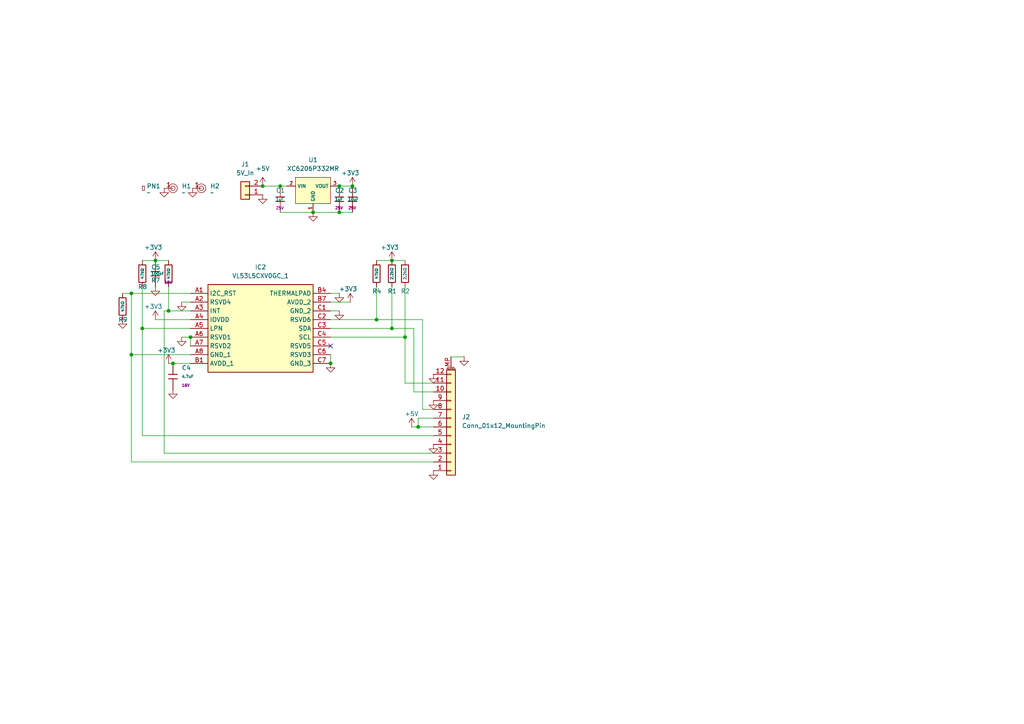
<source format=kicad_sch>
(kicad_sch (version 20250114) (generator "eeschema") (generator_version "9.0")
  (paper "A4")
  (lib_symbols
    (symbol "Connector_Generic:Conn_01x02" (pin_names (offset 1.016) (hide yes))
      (property "Reference" "J" (at 0 2.54 0))
      (property "Value" "Conn_01x02" (at 0 -5.08 0))
      (symbol "Conn_01x02_1_1"
        (rectangle (start -1.27 1.27) (end 1.27 -3.81) (stroke (width 0.254)) (fill (type background)))
        (rectangle (start -1.27 0.127) (end 0 -0.127) (stroke (width 0.1524)))
        (rectangle (start -1.27 -2.413) (end 0 -2.667) (stroke (width 0.1524)))
        (pin passive line (at -5.08 0 0) (length 3.81) (name "Pin_1") (number "1"))
        (pin passive line (at -5.08 -2.54 0) (length 3.81) (name "Pin_2") (number "2"))
      )
    )
    (symbol "Connector_Generic_MountingPin:Conn_01x12_MountingPin" (pin_names (offset 1.016) (hide yes))
      (property "Reference" "J" (at 0 15.24 0))
      (property "Value" "Conn_01x12_MountingPin" (at 1.27 -17.78 0))
      (symbol "Conn_01x12_MountingPin_1_1"
        (rectangle (start -1.27 13.97) (end 1.27 -16.51) (stroke (width 0.254)) (fill (type background)))
        (rectangle (start -1.27 12.827) (end 0 12.573) (stroke (width 0.1524)))
        (rectangle (start -1.27 10.287) (end 0 10.033) (stroke (width 0.1524)))
        (rectangle (start -1.27 7.747) (end 0 7.493) (stroke (width 0.1524)))
        (rectangle (start -1.27 5.207) (end 0 4.953) (stroke (width 0.1524)))
        (rectangle (start -1.27 2.667) (end 0 2.413) (stroke (width 0.1524)))
        (rectangle (start -1.27 0.127) (end 0 -0.127) (stroke (width 0.1524)))
        (rectangle (start -1.27 -2.413) (end 0 -2.667) (stroke (width 0.1524)))
        (rectangle (start -1.27 -4.953) (end 0 -5.207) (stroke (width 0.1524)))
        (rectangle (start -1.27 -7.493) (end 0 -7.747) (stroke (width 0.1524)))
        (rectangle (start -1.27 -10.033) (end 0 -10.287) (stroke (width 0.1524)))
        (rectangle (start -1.27 -12.573) (end 0 -12.827) (stroke (width 0.1524)))
        (rectangle (start -1.27 -15.113) (end 0 -15.367) (stroke (width 0.1524)))
        (polyline (pts (xy -1.016 -17.272) (xy 1.016 -17.272)) (stroke (width 0.1524)))
        (text "Mounting" (at 0 -16.891 0) (effects (font (size 0.381 0.381))))
        (pin passive line (at -5.08 12.7 0) (length 3.81) (name "Pin_1") (number "1"))
        (pin passive line (at -5.08 10.16 0) (length 3.81) (name "Pin_2") (number "2"))
        (pin passive line (at -5.08 7.62 0) (length 3.81) (name "Pin_3") (number "3"))
        (pin passive line (at -5.08 5.08 0) (length 3.81) (name "Pin_4") (number "4"))
        (pin passive line (at -5.08 2.54 0) (length 3.81) (name "Pin_5") (number "5"))
        (pin passive line (at -5.08 0 0) (length 3.81) (name "Pin_6") (number "6"))
        (pin passive line (at -5.08 -2.54 0) (length 3.81) (name "Pin_7") (number "7"))
        (pin passive line (at -5.08 -5.08 0) (length 3.81) (name "Pin_8") (number "8"))
        (pin passive line (at -5.08 -7.62 0) (length 3.81) (name "Pin_9") (number "9"))
        (pin passive line (at -5.08 -10.16 0) (length 3.81) (name "Pin_10") (number "10"))
        (pin passive line (at -5.08 -12.7 0) (length 3.81) (name "Pin_11") (number "11"))
        (pin passive line (at -5.08 -15.24 0) (length 3.81) (name "Pin_12") (number "12"))
        (pin passive line (at 0 -20.32 90) (length 3.048) (name "MountPin") (number "MP"))
      )
    )
    (symbol "PCM_JLCPCB-Capacitors:0402,100nF" (pin_numbers (hide yes)) (pin_names (offset 0))
      (property "Reference" "C" (at 2.032 1.668 0))
      (property "Value" "100nF" (at 2.032 -0.3782 0))
      (property "Voltage Rated" "16V" (at 2.032 -2.0462 0))
      (symbol "0402,100nF_0_1"
        (polyline (pts (xy -1.27 0.635) (xy 1.27 0.635)) (stroke (width 0.254)))
        (polyline (pts (xy -1.27 -0.635) (xy 1.27 -0.635)) (stroke (width 0.254)))
      )
      (symbol "0402,100nF_1_1"
        (pin passive line (at 0 3.81 270) (length 3.175) (name "~") (number "1"))
        (pin passive line (at 0 -3.81 90) (length 3.175) (name "~") (number "2"))
      )
    )
    (symbol "PCM_JLCPCB-Capacitors:0402,1uF" (pin_numbers (hide yes)) (pin_names (offset 0))
      (property "Reference" "C" (at 2.032 1.668 0))
      (property "Value" "1uF" (at 2.032 -0.3782 0))
      (property "Voltage Rated" "25V" (at 2.032 -2.0462 0))
      (symbol "0402,1uF_0_1"
        (polyline (pts (xy -1.27 0.635) (xy 1.27 0.635)) (stroke (width 0.254)))
        (polyline (pts (xy -1.27 -0.635) (xy 1.27 -0.635)) (stroke (width 0.254)))
      )
      (symbol "0402,1uF_1_1"
        (pin passive line (at 0 3.81 270) (length 3.175) (name "~") (number "1"))
        (pin passive line (at 0 -3.81 90) (length 3.175) (name "~") (number "2"))
      )
    )
    (symbol "PCM_JLCPCB-Capacitors:0603,10uF,(2)" (pin_numbers (hide yes)) (pin_names (offset 0))
      (property "Reference" "C" (at 2.032 1.668 0))
      (property "Value" "10uF" (at 2.032 -0.3782 0))
      (property "Voltage Rated" "25V" (at 2.032 -2.0462 0))
      (symbol "0603,10uF,(2)_0_1"
        (polyline (pts (xy -1.27 0.635) (xy 1.27 0.635)) (stroke (width 0.254)))
        (polyline (pts (xy -1.27 -0.635) (xy 1.27 -0.635)) (stroke (width 0.254)))
      )
      (symbol "0603,10uF,(2)_1_1"
        (pin passive line (at 0 3.81 270) (length 3.175) (name "~") (number "1"))
        (pin passive line (at 0 -3.81 90) (length 3.175) (name "~") (number "2"))
      )
    )
    (symbol "PCM_JLCPCB-Capacitors:0603,4.7uF" (pin_numbers (hide yes)) (pin_names (offset 0))
      (property "Reference" "C" (at 2.032 1.668 0))
      (property "Value" "4.7uF" (at 2.032 -0.3782 0))
      (property "Voltage Rated" "16V" (at 2.032 -2.0462 0))
      (symbol "0603,4.7uF_0_1"
        (polyline (pts (xy -1.27 0.635) (xy 1.27 0.635)) (stroke (width 0.254)))
        (polyline (pts (xy -1.27 -0.635) (xy 1.27 -0.635)) (stroke (width 0.254)))
      )
      (symbol "0603,4.7uF_1_1"
        (pin passive line (at 0 3.81 270) (length 3.175) (name "~") (number "1"))
        (pin passive line (at 0 -3.81 90) (length 3.175) (name "~") (number "2"))
      )
    )
    (symbol "PCM_JLCPCB-Manufacturing:Mounting Hole, 3mm, Via Stiched"
      (property "Reference" "H" (at 2.286 0 0))
      (symbol "Mounting Hole, 3mm, Via Stiched_0_1"
        (circle (center 0 0) (radius 0.635))
        (circle (center 0 0) (radius 1.27))
      )
      (symbol "Mounting Hole, 3mm, Via Stiched_1_1"
        (pin passive line (at -2.54 0 0) (length 2.54) (name "") (number "1"))
      )
    )
    (symbol "PCM_JLCPCB-Manufacturing:Part Number, PCM_JLCPCB, 0.8x0.15mm"
      (property "Reference" "PN" (at 2.286 0 0))
      (symbol "Part Number, PCM_JLCPCB, 0.8x0.15mm_0_1"
        (rectangle (start 0 0.635) (end 0.635 -0.635))
      )
    )
    (symbol "PCM_JLCPCB-Power:LDO, 3.3V, 0.2A"
      (property "Reference" "U" (at 0 8.89 0))
      (property "Value" "XC6206P332MR" (at 0 6.35 0))
      (symbol "LDO, 3.3V, 0.2A_0_1"
        (rectangle (start -5.08 5.08) (end 5.08 -2.54) (fill (type background)))
      )
      (symbol "LDO, 3.3V, 0.2A_1_1"
        (pin unspecified line (at -7.62 2.54 0) (length 2.56) (name "VIN") (number "2"))
        (pin unspecified line (at 0 -5.08 90) (length 2.56) (name "GND") (number "1"))
        (pin unspecified line (at 7.62 2.54 180) (length 2.56) (name "VOUT") (number "3"))
      )
    )
    (symbol "PCM_JLCPCB-Resistors:0402,2.2kΩ" (pin_numbers (hide yes)) (pin_names (offset 0))
      (property "Reference" "R" (at 1.778 0 0))
      (property "Value" "2.2kΩ" (at 0 0 90))
      (symbol "0402,2.2kΩ_0_1"
        (rectangle (start -1.016 2.54) (end 1.016 -2.54) (stroke (width 0.254)))
      )
      (symbol "0402,2.2kΩ_1_1"
        (pin passive line (at 0 3.81 270) (length 1.27) (name "~") (number "1"))
        (pin passive line (at 0 -3.81 90) (length 1.27) (name "~") (number "2"))
      )
    )
    (symbol "PCM_JLCPCB-Resistors:0402,47kΩ" (pin_numbers (hide yes)) (pin_names (offset 0))
      (property "Reference" "R" (at 1.778 0 0))
      (property "Value" "47kΩ" (at 0 0 90))
      (symbol "0402,47kΩ_0_1"
        (rectangle (start -1.016 2.54) (end 1.016 -2.54) (stroke (width 0.254)))
      )
      (symbol "0402,47kΩ_1_1"
        (pin passive line (at 0 3.81 270) (length 1.27) (name "~") (number "1"))
        (pin passive line (at 0 -3.81 90) (length 1.27) (name "~") (number "2"))
      )
    )
    (symbol "SwiftModules:VL53L5CXV0GC_1"
      (property "Reference" "IC" (at 36.83 7.62 0))
      (property "Value" "VL53L5CXV0GC_1" (at 36.83 5.08 0))
      (symbol "VL53L5CXV0GC_1_1_1"
        (rectangle (start 5.08 2.54) (end 35.56 -22.86) (stroke (width 0.254)) (fill (type background)))
        (pin passive line (at 0 0 0) (length 5.08) (name "I2C_RST") (number "A1"))
        (pin passive line (at 0 -2.54 0) (length 5.08) (name "RSVD4") (number "A2"))
        (pin passive line (at 0 -5.08 0) (length 5.08) (name "INT") (number "A3"))
        (pin passive line (at 0 -7.62 0) (length 5.08) (name "IOVDD") (number "A4"))
        (pin passive line (at 0 -10.16 0) (length 5.08) (name "LPN") (number "A5"))
        (pin passive line (at 0 -12.7 0) (length 5.08) (name "RSVD1") (number "A6"))
        (pin passive line (at 0 -15.24 0) (length 5.08) (name "RSVD2") (number "A7"))
        (pin passive line (at 0 -17.78 0) (length 5.08) (name "GND_1") (number "A8"))
        (pin passive line (at 0 -20.32 0) (length 5.08) (name "AVDD_1") (number "B1"))
        (pin passive line (at 40.64 0 180) (length 5.08) (name "THERMALPAD") (number "B4"))
        (pin passive line (at 40.64 -2.54 180) (length 5.08) (name "AVDD_2") (number "B7"))
        (pin passive line (at 40.64 -5.08 180) (length 5.08) (name "GND_2") (number "C1"))
        (pin passive line (at 40.64 -7.62 180) (length 5.08) (name "RSVD6") (number "C2"))
        (pin passive line (at 40.64 -10.16 180) (length 5.08) (name "SDA") (number "C3"))
        (pin passive line (at 40.64 -12.7 180) (length 5.08) (name "SCL") (number "C4"))
        (pin passive line (at 40.64 -15.24 180) (length 5.08) (name "RSVD5") (number "C5"))
        (pin passive line (at 40.64 -17.78 180) (length 5.08) (name "RSVD3") (number "C6"))
        (pin passive line (at 40.64 -20.32 180) (length 5.08) (name "GND_3") (number "C7"))
      )
    )
    (symbol "power:+3V3" (power) (pin_numbers (hide yes)) (pin_names (offset 0) (hide yes))
      (property "Value" "+3V3" (at 0 3.556 0))
      (symbol "+3V3_0_1"
        (polyline (pts (xy -0.762 1.27) (xy 0 2.54)))
        (polyline (pts (xy 0 2.54) (xy 0.762 1.27)))
        (polyline (pts (xy 0 0) (xy 0 2.54)))
      )
      (symbol "+3V3_1_1"
        (pin power_in line (at 0 0 90) (length 0) (name "~") (number "1"))
      )
    )
    (symbol "power:+5V" (power) (pin_numbers (hide yes)) (pin_names (offset 0) (hide yes))
      (property "Value" "+5V" (at 0 3.556 0))
      (symbol "+5V_0_1"
        (polyline (pts (xy -0.762 1.27) (xy 0 2.54)))
        (polyline (pts (xy 0 2.54) (xy 0.762 1.27)))
        (polyline (pts (xy 0 0) (xy 0 2.54)))
      )
      (symbol "+5V_1_1"
        (pin power_in line (at 0 0 90) (length 0) (name "~") (number "1"))
      )
    )
    (symbol "power:GND" (power) (pin_numbers (hide yes)) (pin_names (offset 0) (hide yes))
      (property "Value" "GND" (at 0 -3.81 0))
      (symbol "GND_0_1"
        (polyline (pts (xy 0 0) (xy 0 -1.27) (xy 1.27 -1.27) (xy 0 -2.54) (xy -1.27 -1.27) (xy 0 -1.27)))
      )
      (symbol "GND_1_1"
        (pin power_in line (at 0 0 270) (length 0) (name "~") (number "1"))
      )
    )
  )
  (junction (at 38.1 102.87))
  (junction (at 113.665 95.25))
  (junction (at 55.245 97.79))
  (junction (at 98.425 53.975))
  (junction (at 76.2 53.975))
  (junction (at 117.475 97.79))
  (junction (at 41.275 95.25))
  (junction (at 50.165 105.41))
  (junction (at 95.885 105.41))
  (junction (at 109.22 92.71))
  (junction (at 121.285 123.825))
  (junction (at 98.425 61.595))
  (junction (at 113.665 75.565))
  (junction (at 81.28 53.975))
  (junction (at 38.1 85.09))
  (junction (at 45.085 75.565))
  (junction (at 48.895 90.17))
  (junction (at 90.805 61.595))
  (junction (at 102.235 53.975))
  (no_connect (at 95.885 100.33))
  (wire (pts (xy 98.425 90.17) (xy 95.885 90.17)))
  (wire (pts (xy 45.085 75.565) (xy 48.895 75.565)))
  (wire (pts (xy 52.705 87.63) (xy 55.245 87.63)))
  (wire (pts (xy 48.895 83.185) (xy 48.895 90.17)))
  (wire (pts (xy 122.555 118.745) (xy 125.73 118.745)))
  (wire (pts (xy 38.1 102.87) (xy 55.245 102.87)))
  (wire (pts (xy 109.22 92.71) (xy 122.555 92.71)))
  (wire (pts (xy 113.665 95.25) (xy 113.665 83.185)))
  (wire (pts (xy 95.885 105.41) (xy 95.885 102.87)))
  (wire (pts (xy 121.285 121.285) (xy 125.73 121.285)))
  (wire (pts (xy 38.1 85.09) (xy 55.245 85.09)))
  (wire (pts (xy 41.275 95.25) (xy 55.245 95.25)))
  (wire (pts (xy 113.665 95.25) (xy 120.015 95.25)))
  (wire (pts (xy 125.73 111.125) (xy 117.475 111.125)))
  (wire (pts (xy 41.275 83.185) (xy 41.275 95.25)))
  (wire (pts (xy 55.245 100.33) (xy 55.245 97.79)))
  (wire (pts (xy 117.475 75.565) (xy 113.665 75.565)))
  (wire (pts (xy 95.885 97.79) (xy 117.475 97.79)))
  (wire (pts (xy 120.015 113.665) (xy 125.73 113.665)))
  (wire (pts (xy 38.1 133.985) (xy 125.73 133.985)))
  (wire (pts (xy 81.28 53.975) (xy 83.185 53.975)))
  (wire (pts (xy 98.425 61.595) (xy 90.805 61.595)))
  (wire (pts (xy 41.275 75.565) (xy 45.085 75.565)))
  (wire (pts (xy 121.285 121.285) (xy 121.285 123.825)))
  (wire (pts (xy 47.625 131.445) (xy 125.73 131.445)))
  (wire (pts (xy 95.885 92.71) (xy 109.22 92.71)))
  (wire (pts (xy 95.885 95.25) (xy 113.665 95.25)))
  (wire (pts (xy 45.085 92.71) (xy 55.245 92.71)))
  (wire (pts (xy 76.2 53.975) (xy 81.28 53.975)))
  (wire (pts (xy 121.285 123.825) (xy 125.73 123.825)))
  (wire (pts (xy 41.275 126.365) (xy 41.275 95.25)))
  (wire (pts (xy 117.475 97.79) (xy 117.475 83.185)))
  (wire (pts (xy 109.22 92.71) (xy 109.22 83.185)))
  (wire (pts (xy 38.1 85.09) (xy 38.1 102.87)))
  (wire (pts (xy 52.705 97.79) (xy 55.245 97.79)))
  (wire (pts (xy 35.56 85.09) (xy 38.1 85.09)))
  (wire (pts (xy 122.555 92.71) (xy 122.555 118.745)))
  (wire (pts (xy 98.425 61.595) (xy 102.235 61.595)))
  (wire (pts (xy 48.895 90.17) (xy 55.245 90.17)))
  (wire (pts (xy 119.38 123.825) (xy 121.285 123.825)))
  (wire (pts (xy 48.895 105.41) (xy 50.165 105.41)))
  (wire (pts (xy 98.425 53.975) (xy 102.235 53.975)))
  (wire (pts (xy 120.015 95.25) (xy 120.015 113.665)))
  (wire (pts (xy 113.665 75.565) (xy 109.22 75.565)))
  (wire (pts (xy 38.1 102.87) (xy 38.1 133.985)))
  (wire (pts (xy 134.62 103.505) (xy 130.81 103.505)))
  (wire (pts (xy 90.805 61.595) (xy 81.28 61.595)))
  (wire (pts (xy 98.425 85.09) (xy 95.885 85.09)))
  (wire (pts (xy 47.625 90.17) (xy 47.625 131.445)))
  (wire (pts (xy 117.475 111.125) (xy 117.475 97.79)))
  (wire (pts (xy 125.73 126.365) (xy 41.275 126.365)))
  (wire (pts (xy 50.165 105.41) (xy 55.245 105.41)))
  (wire (pts (xy 48.895 90.17) (xy 47.625 90.17)))
  (wire (pts (xy 101.6 87.63) (xy 95.885 87.63)))
  (symbol (lib_id "power:GND") (at 47.625 54.61 0) (unit 1)
    (property "Reference" "#PWR01" (effects (hide yes)))
    (property "Value" "GND" (effects (hide yes)))
    (property "Description" "Power symbol creates a global label with name \"GND\" , ground" (effects (hide yes)))
  )
  (symbol (lib_id "PCM_JLCPCB-Resistors:0402,2.2kΩ") (at 113.665 79.375 0) (unit 1)
    (property "Reference" "R1" (at 112.395 84.455 0) (effects (justify left)))
    (property "Value" "2.2kΩ" (at 113.665 79.375 90) (effects (font (size 0.8 0.8))))
    (property "Footprint" "PCM_JLCPCB:R_0402" (effects (hide yes)))
    (property "Datasheet" "https://www.lcsc.com/datasheet/lcsc_datasheet_2206010045_UNI-ROYAL-Uniroyal-Elec-0402WGF2201TCE_C25879.pdf" (effects (hide yes)))
    (property "Description" "62.5mW Thick Film Resistors 50V ±100ppm/°C ±1% 2.2kΩ 0402 Chip Resistor - Surface Mount ROHS" (effects (hide yes)))
    (property "LCSC" "C25879" (effects (hide yes)))
    (property "Stock" "903036" (effects (hide yes)))
    (property "Price" "0.004USD" (effects (hide yes)))
    (property "Process" "SMT" (effects (hide yes)))
    (property "Minimum Qty" "20" (effects (hide yes)))
    (property "Attrition Qty" "10" (effects (hide yes)))
    (property "Class" "Basic Component" (effects (hide yes)))
    (property "Category" "Resistors,Chip Resistor - Surface Mount" (effects (hide yes)))
    (property "Manufacturer" "UNI-ROYAL(Uniroyal Elec)" (effects (hide yes)))
    (property "Part" "0402WGF2201TCE" (effects (hide yes)))
    (property "Resistance" "2.2kΩ" (effects (hide yes)))
    (property "Power(Watts)" "62.5mW" (effects (hide yes)))
    (property "Type" "Thick Film Resistors" (effects (hide yes)))
    (property "Overload Voltage (Max)" "50V" (effects (hide yes)))
    (property "Operating Temperature Range" "-55°C~+155°C" (effects (hide yes)))
    (property "Tolerance" "±1%" (effects (hide yes)))
    (property "Temperature Coefficient" "±100ppm/°C" (effects (hide yes)))
  )
  (symbol (lib_id "power:+3V3") (at 101.6 87.63 0) (unit 1)
    (property "Reference" "#PWR038" (effects (hide yes)))
    (property "Value" "+3V3" (at 100.965 83.82 0))
    (property "Description" "Power symbol creates a global label with name \"+3V3\"" (effects (hide yes)))
  )
  (symbol (lib_id "power:GND") (at 134.62 103.505 0) (unit 1)
    (property "Reference" "#PWR032" (effects (hide yes)))
    (property "Value" "GND" (effects (hide yes)))
    (property "Description" "Power symbol creates a global label with name \"GND\" , ground" (effects (hide yes)))
  )
  (symbol (lib_id "power:GND") (at 50.165 113.03 0) (unit 1)
    (property "Reference" "#PWR045" (effects (hide yes)))
    (property "Value" "GND" (effects (hide yes)))
    (property "Description" "Power symbol creates a global label with name \"GND\" , ground" (effects (hide yes)))
  )
  (symbol (lib_id "power:GND") (at 52.705 87.63 0) (unit 1)
    (property "Reference" "#PWR037" (effects (hide yes)))
    (property "Value" "GND" (effects (hide yes)))
    (property "Description" "Power symbol creates a global label with name \"GND\" , ground" (effects (hide yes)))
  )
  (symbol (lib_id "power:GND") (at 90.805 61.595 0) (unit 1)
    (property "Reference" "#PWR010" (effects (hide yes)))
    (property "Value" "GND" (effects (hide yes)))
    (property "Description" "Power symbol creates a global label with name \"GND\" , ground" (effects (hide yes)))
  )
  (symbol (lib_id "PCM_JLCPCB-Resistors:0402,47kΩ") (at 35.56 88.9 0) (unit 1)
    (property "Reference" "R9" (at 34.29 92.71 0) (effects (justify left)))
    (property "Value" "47kΩ" (at 35.56 88.9 90) (effects (font (size 0.8 0.8))))
    (property "Footprint" "PCM_JLCPCB:R_0402" (effects (hide yes)))
    (property "Datasheet" "https://www.lcsc.com/datasheet/lcsc_datasheet_2206010100_UNI-ROYAL-Uniroyal-Elec-0402WGF4702TCE_C25792.pdf" (effects (hide yes)))
    (property "Description" "62.5mW Thick Film Resistors 50V ±100ppm/°C ±1% 47kΩ 0402 Chip Resistor - Surface Mount ROHS" (effects (hide yes)))
    (property "LCSC" "C25792" (effects (hide yes)))
    (property "Stock" "1796042" (effects (hide yes)))
    (property "Price" "0.004USD" (effects (hide yes)))
    (property "Process" "SMT" (effects (hide yes)))
    (property "Minimum Qty" "20" (effects (hide yes)))
    (property "Attrition Qty" "10" (effects (hide yes)))
    (property "Class" "Basic Component" (effects (hide yes)))
    (property "Category" "Resistors,Chip Resistor - Surface Mount" (effects (hide yes)))
    (property "Manufacturer" "UNI-ROYAL(Uniroyal Elec)" (effects (hide yes)))
    (property "Part" "0402WGF4702TCE" (effects (hide yes)))
    (property "Resistance" "47kΩ" (effects (hide yes)))
    (property "Power(Watts)" "62.5mW" (effects (hide yes)))
    (property "Type" "Thick Film Resistors" (effects (hide yes)))
    (property "Overload Voltage (Max)" "50V" (effects (hide yes)))
    (property "Operating Temperature Range" "-55°C~+155°C" (effects (hide yes)))
    (property "Tolerance" "±1%" (effects (hide yes)))
    (property "Temperature Coefficient" "±100ppm/°C" (effects (hide yes)))
  )
  (symbol (lib_id "power:GND") (at 95.885 105.41 0) (unit 1)
    (property "Reference" "#PWR034" (effects (hide yes)))
    (property "Value" "GND" (effects (hide yes)))
    (property "Description" "Power symbol creates a global label with name \"GND\" , ground" (effects (hide yes)))
  )
  (symbol (lib_id "Connector_Generic_MountingPin:Conn_01x12_MountingPin") (at 130.81 123.825 0) (mirror x) (unit 1)
    (property "Reference" "J2" (at 133.985 120.9293 0) (effects (justify left)))
    (property "Value" "Conn_01x12_MountingPin" (at 133.985 123.4693 0) (effects (justify left)))
    (property "Footprint" "Connector_FFC-FPC:Hirose_FH12-12S-0.5SH_1x12-1MP_P0.50mm_Horizontal" (effects (hide yes)))
    (property "Description" "Generic connectable mounting pin connector, single row, 01x12, script generated (kicad-library-utils/schlib/autogen/connector/)" (effects (hide yes)))
    (property "LCSC" "C88360" (effects (hide yes)))
  )
  (symbol (lib_id "power:+3V3") (at 45.085 92.71 0) (unit 1)
    (property "Reference" "#PWR042" (effects (hide yes)))
    (property "Value" "+3V3" (at 44.45 88.9 0))
    (property "Description" "Power symbol creates a global label with name \"+3V3\"" (effects (hide yes)))
  )
  (symbol (lib_id "power:GND") (at 52.705 97.79 0) (unit 1)
    (property "Reference" "#PWR035" (effects (hide yes)))
    (property "Value" "GND" (effects (hide yes)))
    (property "Description" "Power symbol creates a global label with name \"GND\" , ground" (effects (hide yes)))
  )
  (symbol (lib_id "PCM_JLCPCB-Resistors:0402,47kΩ") (at 41.275 79.375 0) (unit 1)
    (property "Reference" "R8" (at 40.005 83.185 0) (effects (justify left)))
    (property "Value" "47kΩ" (at 41.275 79.375 90) (effects (font (size 0.8 0.8))))
    (property "Footprint" "PCM_JLCPCB:R_0402" (effects (hide yes)))
    (property "Datasheet" "https://www.lcsc.com/datasheet/lcsc_datasheet_2206010100_UNI-ROYAL-Uniroyal-Elec-0402WGF4702TCE_C25792.pdf" (effects (hide yes)))
    (property "Description" "62.5mW Thick Film Resistors 50V ±100ppm/°C ±1% 47kΩ 0402 Chip Resistor - Surface Mount ROHS" (effects (hide yes)))
    (property "LCSC" "C25792" (effects (hide yes)))
    (property "Stock" "1796042" (effects (hide yes)))
    (property "Price" "0.004USD" (effects (hide yes)))
    (property "Process" "SMT" (effects (hide yes)))
    (property "Minimum Qty" "20" (effects (hide yes)))
    (property "Attrition Qty" "10" (effects (hide yes)))
    (property "Class" "Basic Component" (effects (hide yes)))
    (property "Category" "Resistors,Chip Resistor - Surface Mount" (effects (hide yes)))
    (property "Manufacturer" "UNI-ROYAL(Uniroyal Elec)" (effects (hide yes)))
    (property "Part" "0402WGF4702TCE" (effects (hide yes)))
    (property "Resistance" "47kΩ" (effects (hide yes)))
    (property "Power(Watts)" "62.5mW" (effects (hide yes)))
    (property "Type" "Thick Film Resistors" (effects (hide yes)))
    (property "Overload Voltage (Max)" "50V" (effects (hide yes)))
    (property "Operating Temperature Range" "-55°C~+155°C" (effects (hide yes)))
    (property "Tolerance" "±1%" (effects (hide yes)))
    (property "Temperature Coefficient" "±100ppm/°C" (effects (hide yes)))
  )
  (symbol (lib_id "power:GND") (at 35.56 92.71 0) (unit 1)
    (property "Reference" "#PWR029" (effects (hide yes)))
    (property "Value" "GND" (effects (hide yes)))
    (property "Description" "Power symbol creates a global label with name \"GND\" , ground" (effects (hide yes)))
  )
  (symbol (lib_id "power:GND") (at 55.88 54.61 0) (unit 1)
    (property "Reference" "#PWR02" (effects (hide yes)))
    (property "Value" "GND" (effects (hide yes)))
    (property "Description" "Power symbol creates a global label with name \"GND\" , ground" (effects (hide yes)))
  )
  (symbol (lib_id "SwiftModules:VL53L5CXV0GC_1") (at 55.245 85.09 0) (unit 1)
    (property "Reference" "IC2" (at 75.565 77.47 0))
    (property "Value" "VL53L5CXV0GC_1" (at 75.565 80.01 0))
    (property "Footprint" "VL53L5CXV0GC1" (effects (hide yes)))
    (property "Datasheet" "https://www.arrow.com/en/products/vl53l5cxv0gc1/stmicroelectronics?region=nac" (effects (hide yes)))
    (property "Description" "Proximity Sensors Time-of-Flight 8x8 multizone ranging sensor with wide field of view" (effects (hide yes)))
    (property "Height" "1.55" (effects (hide yes)))
    (property "Mouser Part Number" "511-VL53L5CXV0GC/1" (effects (hide yes)))
    (property "Mouser Price/Stock" "https://www.mouser.co.uk/ProductDetail/STMicroelectronics/VL53L5CXV0GC-1?qs=QNEnbhJQKvZPmRJw6ASPyw%3D%3D" (effects (hide yes)))
    (property "Manufacturer_Name" "STMicroelectronics" (effects (hide yes)))
    (property "Manufacturer_Part_Number" "VL53L5CXV0GC/1" (effects (hide yes)))
  )
  (symbol (lib_id "PCM_JLCPCB-Power:LDO, 3.3V, 0.2A") (at 90.805 56.515 0) (unit 1)
    (property "Reference" "U1" (at 90.805 46.355 0))
    (property "Value" "XC6206P332MR" (at 90.805 48.895 0))
    (property "Footprint" "PCM_JLCPCB:SOT-23-3_L2.9-W1.6-P1.90-LS2.8-BR" (effects (hide yes)))
    (property "Datasheet" "https://www.lcsc.com/datasheet/lcsc_datasheet_2304140030_Torex-Semicon-XC6206P332MR-G_C5446.pdf" (effects (hide yes)))
    (property "Description" "200mA Fixed 3.3V Positive electrode 6V SOT-23-3L Voltage Regulators - Linear, Low Drop Out (LDO) Regulators ROHS" (effects (hide yes)))
    (property "LCSC" "C5446" (effects (hide yes)))
    (property "Stock" "403960" (effects (hide yes)))
    (property "Price" "0.093USD" (effects (hide yes)))
    (property "Process" "SMT" (effects (hide yes)))
    (property "Minimum Qty" "5" (effects (hide yes)))
    (property "Attrition Qty" "2" (effects (hide yes)))
    (property "Class" "Basic Component" (effects (hide yes)))
    (property "Category" "Power Management ICs,Linear Voltage Regulators (LDO)" (effects (hide yes)))
    (property "Manufacturer" "Torex Semicon" (effects (hide yes)))
    (property "Part" "XC6206P332MR-G" (effects (hide yes)))
    (property "Number Of Outputs" "1" (effects (hide yes)))
    (property "Output Voltage" "3.3V" (effects (hide yes)))
    (property "Dropout Voltage" "680mV@(100mA)" (effects (hide yes)))
    (property "Output Current" "200mA" (effects (hide yes)))
    (property "Output Type" "Fixed" (effects (hide yes)))
    (property "Maximum Input Voltage" "6V" (effects (hide yes)))
    (property "Output Polarity" "Positive electrode" (effects (hide yes)))
    (property "Feature" "Low ESR;Overcurrent Protection(OCP)" (effects (hide yes)))
  )
  (symbol (lib_id "PCM_JLCPCB-Manufacturing:Mounting Hole, 3mm, Via Stiched") (at 58.42 54.61 0) (unit 1)
    (property "Reference" "H2" (at 60.96 53.9749 0) (effects (justify left)))
    (property "Value" "~" (at 60.96 55.88 0) (effects (justify left)))
    (property "Footprint" "PCM_JLCPCB:Hole, 3mm" (effects (hide yes)))
  )
  (symbol (lib_id "Connector_Generic:Conn_01x02") (at 71.12 56.515 180) (unit 1)
    (property "Reference" "J1" (at 71.12 47.625 0))
    (property "Value" "5V_In" (at 71.12 50.165 0))
    (property "Footprint" "Connector_JST:JST_XH_B2B-XH-A_1x02_P2.50mm_Vertical" (effects (hide yes)))
    (property "Description" "Generic connector, single row, 01x02, script generated (kicad-library-utils/schlib/autogen/connector/)" (effects (hide yes)))
  )
  (symbol (lib_id "PCM_JLCPCB-Capacitors:0603,10uF,(2)") (at 102.235 57.785 0) (unit 1)
    (property "Reference" "C3" (at 100.965 55.2449 0) (effects (justify left)))
    (property "Value" "10uF" (at 100.965 57.785 0) (effects (font (size 0.8 0.8)) (justify left)))
    (property "Footprint" "PCM_JLCPCB:C_0603" (effects (hide yes)))
    (property "Datasheet" "https://www.lcsc.com/datasheet/lcsc_datasheet_2304140030_Samsung-Electro-Mechanics-CL10A106MA8NRNC_C96446.pdf" (effects (hide yes)))
    (property "Description" "25V 10uF X5R ±20% 0603 Multilayer Ceramic Capacitors MLCC - SMD/SMT ROHS" (effects (hide yes)))
    (property "LCSC" "C96446" (effects (hide yes)))
    (property "Stock" "4331263" (effects (hide yes)))
    (property "Price" "0.017USD" (effects (hide yes)))
    (property "Process" "SMT" (effects (hide yes)))
    (property "Minimum Qty" "20" (effects (hide yes)))
    (property "Attrition Qty" "8" (effects (hide yes)))
    (property "Class" "Basic Component" (effects (hide yes)))
    (property "Category" "Capacitors,Multilayer Ceramic Capacitors MLCC - SMD/SMT" (effects (hide yes)))
    (property "Manufacturer" "Samsung Electro-Mechanics" (effects (hide yes)))
    (property "Part" "CL10A106MA8NRNC" (effects (hide yes)))
    (property "Voltage Rated" "25V" (at 100.965 60.325 0) (effects (font (size 0.8 0.8)) (justify left)))
    (property "Tolerance" "±20%" (effects (hide yes)))
    (property "Capacitance" "10uF" (effects (hide yes)))
    (property "Temperature Coefficient" "X5R" (effects (hide yes)))
  )
  (symbol (lib_id "PCM_JLCPCB-Capacitors:0402,1uF") (at 81.28 57.785 0) (unit 1)
    (property "Reference" "C1" (at 80.01 55.2449 0) (effects (justify left)))
    (property "Value" "1uF" (at 80.01 57.785 0) (effects (font (size 0.8 0.8)) (justify left)))
    (property "Footprint" "PCM_JLCPCB:C_0402" (effects (hide yes)))
    (property "Datasheet" "https://www.lcsc.com/datasheet/lcsc_datasheet_2304140030_Samsung-Electro-Mechanics-CL05A105KA5NQNC_C52923.pdf" (effects (hide yes)))
    (property "Description" "25V 1uF X5R ±10% 0402 Multilayer Ceramic Capacitors MLCC - SMD/SMT ROHS" (effects (hide yes)))
    (property "LCSC" "C52923" (effects (hide yes)))
    (property "Stock" "7796525" (effects (hide yes)))
    (property "Price" "0.006USD" (effects (hide yes)))
    (property "Process" "SMT" (effects (hide yes)))
    (property "Minimum Qty" "20" (effects (hide yes)))
    (property "Attrition Qty" "10" (effects (hide yes)))
    (property "Class" "Basic Component" (effects (hide yes)))
    (property "Category" "Capacitors,Multilayer Ceramic Capacitors MLCC - SMD/SMT" (effects (hide yes)))
    (property "Manufacturer" "Samsung Electro-Mechanics" (effects (hide yes)))
    (property "Part" "CL05A105KA5NQNC" (effects (hide yes)))
    (property "Voltage Rated" "25V" (at 80.01 60.325 0) (effects (font (size 0.8 0.8)) (justify left)))
    (property "Tolerance" "±10%" (effects (hide yes)))
    (property "Capacitance" "1uF" (effects (hide yes)))
    (property "Temperature Coefficient" "X5R" (effects (hide yes)))
  )
  (symbol (lib_id "PCM_JLCPCB-Resistors:0402,2.2kΩ") (at 117.475 79.375 0) (unit 1)
    (property "Reference" "R2" (at 116.205 84.455 0) (effects (justify left)))
    (property "Value" "2.2kΩ" (at 117.475 79.375 90) (effects (font (size 0.8 0.8))))
    (property "Footprint" "PCM_JLCPCB:R_0402" (effects (hide yes)))
    (property "Datasheet" "https://www.lcsc.com/datasheet/lcsc_datasheet_2206010045_UNI-ROYAL-Uniroyal-Elec-0402WGF2201TCE_C25879.pdf" (effects (hide yes)))
    (property "Description" "62.5mW Thick Film Resistors 50V ±100ppm/°C ±1% 2.2kΩ 0402 Chip Resistor - Surface Mount ROHS" (effects (hide yes)))
    (property "LCSC" "C25879" (effects (hide yes)))
    (property "Stock" "903036" (effects (hide yes)))
    (property "Price" "0.004USD" (effects (hide yes)))
    (property "Process" "SMT" (effects (hide yes)))
    (property "Minimum Qty" "20" (effects (hide yes)))
    (property "Attrition Qty" "10" (effects (hide yes)))
    (property "Class" "Basic Component" (effects (hide yes)))
    (property "Category" "Resistors,Chip Resistor - Surface Mount" (effects (hide yes)))
    (property "Manufacturer" "UNI-ROYAL(Uniroyal Elec)" (effects (hide yes)))
    (property "Part" "0402WGF2201TCE" (effects (hide yes)))
    (property "Resistance" "2.2kΩ" (effects (hide yes)))
    (property "Power(Watts)" "62.5mW" (effects (hide yes)))
    (property "Type" "Thick Film Resistors" (effects (hide yes)))
    (property "Overload Voltage (Max)" "50V" (effects (hide yes)))
    (property "Operating Temperature Range" "-55°C~+155°C" (effects (hide yes)))
    (property "Tolerance" "±1%" (effects (hide yes)))
    (property "Temperature Coefficient" "±100ppm/°C" (effects (hide yes)))
  )
  (symbol (lib_id "power:GND") (at 98.425 85.09 0) (unit 1)
    (property "Reference" "#PWR041" (effects (hide yes)))
    (property "Value" "GND" (effects (hide yes)))
    (property "Description" "Power symbol creates a global label with name \"GND\" , ground" (effects (hide yes)))
  )
  (symbol (lib_id "PCM_JLCPCB-Manufacturing:Mounting Hole, 3mm, Via Stiched") (at 50.165 54.61 0) (unit 1)
    (property "Reference" "H1" (at 52.705 53.9749 0) (effects (justify left)))
    (property "Value" "~" (at 52.705 55.88 0) (effects (justify left)))
    (property "Footprint" "PCM_JLCPCB:Hole, 3mm" (effects (hide yes)))
  )
  (symbol (lib_id "power:+3V3") (at 113.665 75.565 0) (unit 1)
    (property "Reference" "#PWR040" (effects (hide yes)))
    (property "Value" "+3V3" (at 113.03 71.755 0))
    (property "Description" "Power symbol creates a global label with name \"+3V3\"" (effects (hide yes)))
  )
  (symbol (lib_id "power:GND") (at 45.085 83.185 0) (unit 1)
    (property "Reference" "#PWR046" (effects (hide yes)))
    (property "Value" "GND" (effects (hide yes)))
    (property "Description" "Power symbol creates a global label with name \"GND\" , ground" (effects (hide yes)))
  )
  (symbol (lib_id "power:GND") (at 76.2 56.515 0) (unit 1)
    (property "Reference" "#PWR07" (effects (hide yes)))
    (property "Value" "GND" (effects (hide yes)))
    (property "Description" "Power symbol creates a global label with name \"GND\" , ground" (effects (hide yes)))
  )
  (symbol (lib_id "PCM_JLCPCB-Resistors:0402,47kΩ") (at 109.22 79.375 0) (unit 1)
    (property "Reference" "R4" (at 107.95 84.455 0) (effects (justify left)))
    (property "Value" "47kΩ" (at 109.22 79.375 90) (effects (font (size 0.8 0.8))))
    (property "Footprint" "PCM_JLCPCB:R_0402" (effects (hide yes)))
    (property "Datasheet" "https://www.lcsc.com/datasheet/lcsc_datasheet_2206010100_UNI-ROYAL-Uniroyal-Elec-0402WGF4702TCE_C25792.pdf" (effects (hide yes)))
    (property "Description" "62.5mW Thick Film Resistors 50V ±100ppm/°C ±1% 47kΩ 0402 Chip Resistor - Surface Mount ROHS" (effects (hide yes)))
    (property "LCSC" "C25792" (effects (hide yes)))
    (property "Stock" "1796042" (effects (hide yes)))
    (property "Price" "0.004USD" (effects (hide yes)))
    (property "Process" "SMT" (effects (hide yes)))
    (property "Minimum Qty" "20" (effects (hide yes)))
    (property "Attrition Qty" "10" (effects (hide yes)))
    (property "Class" "Basic Component" (effects (hide yes)))
    (property "Category" "Resistors,Chip Resistor - Surface Mount" (effects (hide yes)))
    (property "Manufacturer" "UNI-ROYAL(Uniroyal Elec)" (effects (hide yes)))
    (property "Part" "0402WGF4702TCE" (effects (hide yes)))
    (property "Resistance" "47kΩ" (effects (hide yes)))
    (property "Power(Watts)" "62.5mW" (effects (hide yes)))
    (property "Type" "Thick Film Resistors" (effects (hide yes)))
    (property "Overload Voltage (Max)" "50V" (effects (hide yes)))
    (property "Operating Temperature Range" "-55°C~+155°C" (effects (hide yes)))
    (property "Tolerance" "±1%" (effects (hide yes)))
    (property "Temperature Coefficient" "±100ppm/°C" (effects (hide yes)))
  )
  (symbol (lib_id "PCM_JLCPCB-Capacitors:0603,4.7uF") (at 50.165 109.22 0) (unit 1)
    (property "Reference" "C4" (at 52.705 106.6799 0) (effects (justify left)))
    (property "Value" "4.7uF" (at 52.705 109.22 0) (effects (font (size 0.8 0.8)) (justify left)))
    (property "Footprint" "PCM_JLCPCB:C_0603" (effects (hide yes)))
    (property "Datasheet" "https://www.lcsc.com/datasheet/lcsc_datasheet_2304140030_Samsung-Electro-Mechanics-CL10A475KO8NNNC_C19666.pdf" (effects (hide yes)))
    (property "Description" "16V 4.7uF X5R ±10% 0603 Multilayer Ceramic Capacitors MLCC - SMD/SMT ROHS" (effects (hide yes)))
    (property "LCSC" "C19666" (effects (hide yes)))
    (property "Stock" "2453279" (effects (hide yes)))
    (property "Price" "0.013USD" (effects (hide yes)))
    (property "Process" "SMT" (effects (hide yes)))
    (property "Minimum Qty" "20" (effects (hide yes)))
    (property "Attrition Qty" "10" (effects (hide yes)))
    (property "Class" "Basic Component" (effects (hide yes)))
    (property "Category" "Capacitors,Multilayer Ceramic Capacitors MLCC - SMD/SMT" (effects (hide yes)))
    (property "Manufacturer" "Samsung Electro-Mechanics" (effects (hide yes)))
    (property "Part" "CL10A475KO8NNNC" (effects (hide yes)))
    (property "Voltage Rated" "16V" (at 52.705 111.76 0) (effects (font (size 0.8 0.8)) (justify left)))
    (property "Tolerance" "±10%" (effects (hide yes)))
    (property "Capacitance" "4.7uF" (effects (hide yes)))
    (property "Temperature Coefficient" "X5R" (effects (hide yes)))
  )
  (symbol (lib_id "power:GND") (at 125.73 136.525 0) (unit 1)
    (property "Reference" "#PWR027" (effects (hide yes)))
    (property "Value" "GND" (effects (hide yes)))
    (property "Description" "Power symbol creates a global label with name \"GND\" , ground" (effects (hide yes)))
  )
  (symbol (lib_id "power:+5V") (at 119.38 123.825 0) (unit 1)
    (property "Reference" "#PWR09" (effects (hide yes)))
    (property "Value" "+5V" (at 119.38 120.015 0))
    (property "Description" "Power symbol creates a global label with name \"+5V\"" (effects (hide yes)))
  )
  (symbol (lib_id "PCM_JLCPCB-Resistors:0402,47kΩ") (at 48.895 79.375 0) (unit 1)
    (property "Reference" "R7" (at 43.815 81.28 0) (effects (justify left)))
    (property "Value" "47kΩ" (at 48.895 79.375 90) (effects (font (size 0.8 0.8))))
    (property "Footprint" "PCM_JLCPCB:R_0402" (effects (hide yes)))
    (property "Datasheet" "https://www.lcsc.com/datasheet/lcsc_datasheet_2206010100_UNI-ROYAL-Uniroyal-Elec-0402WGF4702TCE_C25792.pdf" (effects (hide yes)))
    (property "Description" "62.5mW Thick Film Resistors 50V ±100ppm/°C ±1% 47kΩ 0402 Chip Resistor - Surface Mount ROHS" (effects (hide yes)))
    (property "LCSC" "C25792" (effects (hide yes)))
    (property "Stock" "1796042" (effects (hide yes)))
    (property "Price" "0.004USD" (effects (hide yes)))
    (property "Process" "SMT" (effects (hide yes)))
    (property "Minimum Qty" "20" (effects (hide yes)))
    (property "Attrition Qty" "10" (effects (hide yes)))
    (property "Class" "Basic Component" (effects (hide yes)))
    (property "Category" "Resistors,Chip Resistor - Surface Mount" (effects (hide yes)))
    (property "Manufacturer" "UNI-ROYAL(Uniroyal Elec)" (effects (hide yes)))
    (property "Part" "0402WGF4702TCE" (effects (hide yes)))
    (property "Resistance" "47kΩ" (effects (hide yes)))
    (property "Power(Watts)" "62.5mW" (effects (hide yes)))
    (property "Type" "Thick Film Resistors" (effects (hide yes)))
    (property "Overload Voltage (Max)" "50V" (effects (hide yes)))
    (property "Operating Temperature Range" "-55°C~+155°C" (effects (hide yes)))
    (property "Tolerance" "±1%" (effects (hide yes)))
    (property "Temperature Coefficient" "±100ppm/°C" (effects (hide yes)))
  )
  (symbol (lib_id "power:GND") (at 125.73 116.205 0) (unit 1)
    (property "Reference" "#PWR030" (effects (hide yes)))
    (property "Value" "GND" (effects (hide yes)))
    (property "Description" "Power symbol creates a global label with name \"GND\" , ground" (effects (hide yes)))
  )
  (symbol (lib_id "power:+3V3") (at 48.895 105.41 0) (unit 1)
    (property "Reference" "#PWR043" (effects (hide yes)))
    (property "Value" "+3V3" (at 48.26 101.6 0))
    (property "Description" "Power symbol creates a global label with name \"+3V3\"" (effects (hide yes)))
  )
  (symbol (lib_id "power:GND") (at 125.73 128.905 0) (unit 1)
    (property "Reference" "#PWR028" (effects (hide yes)))
    (property "Value" "GND" (effects (hide yes)))
    (property "Description" "Power symbol creates a global label with name \"GND\" , ground" (effects (hide yes)))
  )
  (symbol (lib_id "PCM_JLCPCB-Capacitors:0402,1uF") (at 98.425 57.785 0) (unit 1)
    (property "Reference" "C2" (at 97.155 55.2449 0) (effects (justify left)))
    (property "Value" "1uF" (at 97.155 57.785 0) (effects (font (size 0.8 0.8)) (justify left)))
    (property "Footprint" "PCM_JLCPCB:C_0402" (effects (hide yes)))
    (property "Datasheet" "https://www.lcsc.com/datasheet/lcsc_datasheet_2304140030_Samsung-Electro-Mechanics-CL05A105KA5NQNC_C52923.pdf" (effects (hide yes)))
    (property "Description" "25V 1uF X5R ±10% 0402 Multilayer Ceramic Capacitors MLCC - SMD/SMT ROHS" (effects (hide yes)))
    (property "LCSC" "C52923" (effects (hide yes)))
    (property "Stock" "7796525" (effects (hide yes)))
    (property "Price" "0.006USD" (effects (hide yes)))
    (property "Process" "SMT" (effects (hide yes)))
    (property "Minimum Qty" "20" (effects (hide yes)))
    (property "Attrition Qty" "10" (effects (hide yes)))
    (property "Class" "Basic Component" (effects (hide yes)))
    (property "Category" "Capacitors,Multilayer Ceramic Capacitors MLCC - SMD/SMT" (effects (hide yes)))
    (property "Manufacturer" "Samsung Electro-Mechanics" (effects (hide yes)))
    (property "Part" "CL05A105KA5NQNC" (effects (hide yes)))
    (property "Voltage Rated" "25V" (at 97.155 60.325 0) (effects (font (size 0.8 0.8)) (justify left)))
    (property "Tolerance" "±10%" (effects (hide yes)))
    (property "Capacitance" "1uF" (effects (hide yes)))
    (property "Temperature Coefficient" "X5R" (effects (hide yes)))
  )
  (symbol (lib_id "power:GND") (at 125.73 108.585 0) (unit 1)
    (property "Reference" "#PWR022" (effects (hide yes)))
    (property "Value" "GND" (effects (hide yes)))
    (property "Description" "Power symbol creates a global label with name \"GND\" , ground" (effects (hide yes)))
  )
  (symbol (lib_id "PCM_JLCPCB-Manufacturing:Part Number, PCM_JLCPCB, 0.8x0.15mm") (at 41.275 54.61 0) (unit 1)
    (property "Reference" "PN1" (at 42.545 53.9749 0) (effects (justify left)))
    (property "Value" "~" (at 42.545 55.88 0) (effects (justify left)))
    (property "Footprint" "PCM_JLCPCB:Part_Num_JLCPCB" (effects (hide yes)))
    (property "Datasheet" "https://jlcpcb.com/help/article/How-to-remove-order-number-from-your-PCB" (effects (hide yes)))
    (property "Description" "To indicate the location, simply add the text \"JLCJLCJLCJLC\" to the silk layer and select the \"Specify a location\" option when placing your order. Please note that if this option is not chosen, we may not notice that you have added the text.   Note: Use only \"JLCJLCJLCJLC\" without any additional characters. The font size should be larger than 0.8mm in height and 0.15mm in width." (effects (hide yes)))
  )
  (symbol (lib_id "power:+3V3") (at 102.235 53.975 0) (unit 1)
    (property "Reference" "#PWR06" (effects (hide yes)))
    (property "Value" "+3V3" (at 101.6 50.165 0))
    (property "Description" "Power symbol creates a global label with name \"+3V3\"" (effects (hide yes)))
  )
  (symbol (lib_id "power:+3V3") (at 45.085 75.565 0) (unit 1)
    (property "Reference" "#PWR044" (effects (hide yes)))
    (property "Value" "+3V3" (at 44.45 71.755 0))
    (property "Description" "Power symbol creates a global label with name \"+3V3\"" (effects (hide yes)))
  )
  (symbol (lib_id "power:GND") (at 98.425 90.17 0) (unit 1)
    (property "Reference" "#PWR039" (effects (hide yes)))
    (property "Value" "GND" (effects (hide yes)))
    (property "Description" "Power symbol creates a global label with name \"GND\" , ground" (effects (hide yes)))
  )
  (symbol (lib_id "PCM_JLCPCB-Capacitors:0402,100nF") (at 45.085 79.375 0) (unit 1)
    (property "Reference" "C5" (at 43.815 77.47 0) (effects (justify left)))
    (property "Value" "100nF" (at 43.815 79.375 0) (effects (font (size 0.8 0.8)) (justify left)))
    (property "Footprint" "PCM_JLCPCB:C_0402" (effects (hide yes)))
    (property "Datasheet" "https://www.lcsc.com/datasheet/lcsc_datasheet_2304140030_Samsung-Electro-Mechanics-CL05B104KO5NNNC_C1525.pdf" (effects (hide yes)))
    (property "Description" "16V 100nF X7R ±10% 0402 Multilayer Ceramic Capacitors MLCC - SMD/SMT ROHS" (effects (hide yes)))
    (property "LCSC" "C1525" (effects (hide yes)))
    (property "Stock" "13104064" (effects (hide yes)))
    (property "Price" "0.004USD" (effects (hide yes)))
    (property "Process" "SMT" (effects (hide yes)))
    (property "Minimum Qty" "20" (effects (hide yes)))
    (property "Attrition Qty" "10" (effects (hide yes)))
    (property "Class" "Basic Component" (effects (hide yes)))
    (property "Category" "Capacitors,Multilayer Ceramic Capacitors MLCC - SMD/SMT" (effects (hide yes)))
    (property "Manufacturer" "Samsung Electro-Mechanics" (effects (hide yes)))
    (property "Part" "CL05B104KO5NNNC" (effects (hide yes)))
    (property "Voltage Rated" "16V" (at 47.625 81.915 0) (effects (font (size 0.8 0.8)) (justify left)))
    (property "Tolerance" "±10%" (effects (hide yes)))
    (property "Capacitance" "100nF" (effects (hide yes)))
    (property "Temperature Coefficient" "X7R" (effects (hide yes)))
  )
  (symbol (lib_id "power:+5V") (at 76.2 53.975 0) (unit 1)
    (property "Reference" "#PWR05" (effects (hide yes)))
    (property "Value" "+5V" (at 76.2 48.895 0))
    (property "Description" "Power symbol creates a global label with name \"+5V\"" (effects (hide yes)))
  )
)
</source>
